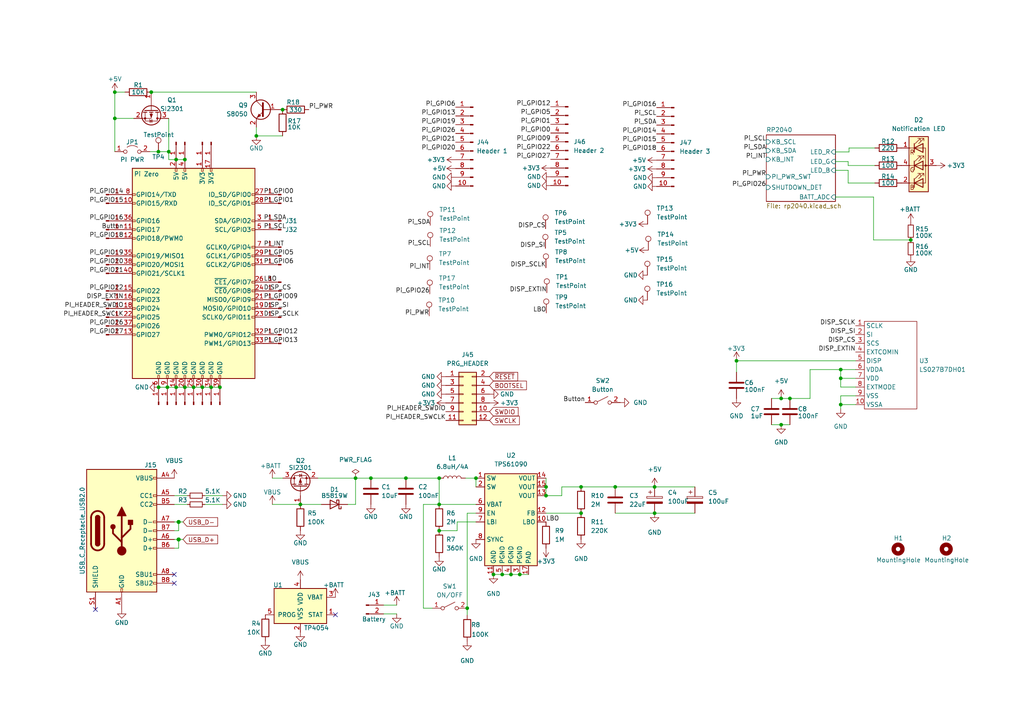
<source format=kicad_sch>
(kicad_sch (version 20230121) (generator eeschema)
  (paper "A4")
  (title_block (title "Beepy") (date "2023-04-21") (rev "1.0") (comment 1 "CERN Open Hardware Licence v1.2") (comment 2 "https://github.com/sqfmi/beepy-hardware") (comment 3 "Designed by SQFMI"))
  (junction (at 107.569 138.684))
  (junction (at 178.435 141.224))
  (junction (at 48.9458 43.9928))
  (junction (at 63.7794 112.3188))
  (junction (at 138.049 138.684))
  (junction (at 56.1594 112.3188))
  (junction (at 226.568 123.19))
  (junction (at 243.84 107.188))
  (junction (at 150.749 166.624))
  (junction (at 168.529 148.844))
  (junction (at 61.2394 112.3188))
  (junction (at 51.0794 46.2788))
  (junction (at 158.369 141.224))
  (junction (at 117.729 138.684))
  (junction (at 51.816 156.464) (diameter 1.016))
  (junction (at 45.9994 112.3188))
  (junction (at 158.369 143.764))
  (junction (at 103.124 138.684))
  (junction (at 189.865 141.224))
  (junction (at 264.16 69.596))
  (junction (at 43.8658 26.7208))
  (junction (at 53.6194 112.3188))
  (junction (at 243.84 109.728))
  (junction (at 74.3458 39.4208))
  (junction (at 51.0794 112.3188))
  (junction (at 148.209 166.624))
  (junction (at 127.381 138.684))
  (junction (at 243.84 117.348))
  (junction (at 87.122 146.304))
  (junction (at 51.816 151.384) (diameter 1.016))
  (junction (at 48.5394 112.3188))
  (junction (at 81.9658 31.8008))
  (junction (at 229.108 115.57))
  (junction (at 145.669 166.624))
  (junction (at 213.614 104.648))
  (junction (at 189.865 148.844))
  (junction (at 33.2994 26.7208))
  (junction (at 58.6994 112.3188))
  (junction (at 127.381 146.304))
  (junction (at 53.6194 46.2788))
  (junction (at 45.9486 43.9928))
  (junction (at 127.381 153.924))
  (junction (at 33.2994 34.3408))
  (junction (at 143.129 166.624))
  (junction (at 168.529 141.224))
  (junction (at 226.568 115.57))
  (junction (at 135.509 176.403))
  (no_connect (at 27.686 176.784))
  (no_connect (at 50.546 166.624))
  (no_connect (at 97.282 178.308))
  (no_connect (at 50.546 169.164))
  (wire (pts (xy 245.999 46.863) (xy 245.999 48.006)))
  (wire (pts (xy 138.049 146.304) (xy 127.381 146.304)))
  (wire (pts (xy 248.158 114.808) (xy 243.84 114.808)))
  (wire (pts (xy 158.369 143.764) (xy 162.941 143.764)))
  (wire (pts (xy 148.209 166.624) (xy 150.749 166.624)))
  (wire (pts (xy 48.9458 34.3408) (xy 48.9458 43.9928)))
  (wire (pts (xy 246.253 44.069) (xy 246.253 42.926)))
  (wire (pts (xy 51.0794 46.2788) (xy 53.6194 46.2788)))
  (wire (pts (xy 53.086 151.384) (xy 51.816 151.384)))
  (wire (pts (xy 103.124 146.304) (xy 100.838 146.304)))
  (wire (pts (xy 127.381 146.304) (xy 127.381 138.684)))
  (wire (pts (xy 132.588 153.924) (xy 132.588 151.384)))
  (wire (pts (xy 56.1594 112.3188) (xy 58.6994 112.3188)))
  (wire (pts (xy 158.369 148.844) (xy 168.529 148.844)))
  (wire (pts (xy 59.436 146.304) (xy 64.516 146.304)))
  (wire (pts (xy 117.729 138.684) (xy 127.381 138.684)))
  (wire (pts (xy 138.049 138.684) (xy 138.049 141.224)))
  (wire (pts (xy 50.546 151.384) (xy 51.816 151.384)))
  (wire (pts (xy 53.6194 112.3188) (xy 56.1594 112.3188)))
  (wire (pts (xy 178.435 141.224) (xy 189.865 141.224)))
  (wire (pts (xy 150.749 166.624) (xy 153.289 166.624)))
  (wire (pts (xy 135.001 138.684) (xy 138.049 138.684)))
  (wire (pts (xy 253.365 57.15) (xy 253.365 69.596)))
  (wire (pts (xy 78.994 138.684) (xy 82.042 138.684)))
  (wire (pts (xy 143.129 166.624) (xy 145.669 166.624)))
  (wire (pts (xy 43.8658 26.7208) (xy 74.3458 26.7208)))
  (wire (pts (xy 135.509 148.844) (xy 135.509 176.403)))
  (wire (pts (xy 253.365 69.596) (xy 264.16 69.596)))
  (wire (pts (xy 78.994 146.304) (xy 87.122 146.304)))
  (wire (pts (xy 33.2994 26.7208) (xy 36.2458 26.7208)))
  (wire (pts (xy 33.2994 34.3408) (xy 38.7858 34.3408)))
  (wire (pts (xy 158.369 138.684) (xy 158.369 141.224)))
  (wire (pts (xy 243.84 117.348) (xy 248.158 117.348)))
  (wire (pts (xy 245.999 48.006) (xy 253.746 48.006)))
  (wire (pts (xy 33.2994 34.3408) (xy 33.2994 43.9928)))
  (wire (pts (xy 243.84 117.348) (xy 243.84 118.618)))
  (wire (pts (xy 178.435 148.844) (xy 189.865 148.844)))
  (wire (pts (xy 162.941 143.764) (xy 162.941 141.224)))
  (wire (pts (xy 226.568 123.19) (xy 229.108 123.19)))
  (wire (pts (xy 223.774 115.57) (xy 226.568 115.57)))
  (wire (pts (xy 48.5394 112.3188) (xy 51.0794 112.3188)))
  (wire (pts (xy 122.809 146.304) (xy 122.809 176.403)))
  (wire (pts (xy 43.4594 43.9928) (xy 45.9486 43.9928)))
  (wire (pts (xy 242.316 57.15) (xy 253.365 57.15)))
  (wire (pts (xy 243.84 109.728) (xy 248.158 109.728)))
  (wire (pts (xy 33.2994 26.7208) (xy 33.2994 34.3408)))
  (wire (pts (xy 59.436 143.764) (xy 64.516 143.764)))
  (wire (pts (xy 50.546 143.764) (xy 54.356 143.764)))
  (wire (pts (xy 223.774 123.19) (xy 226.568 123.19)))
  (wire (pts (xy 243.84 114.808) (xy 243.84 117.348)))
  (wire (pts (xy 51.816 153.924) (xy 51.816 151.384)))
  (wire (pts (xy 189.865 148.844) (xy 201.549 148.844)))
  (wire (pts (xy 58.6994 112.3188) (xy 61.2394 112.3188)))
  (wire (pts (xy 48.9458 43.9928) (xy 48.9458 46.2788)))
  (wire (pts (xy 162.941 141.224) (xy 168.529 141.224)))
  (wire (pts (xy 242.316 46.863) (xy 245.999 46.863)))
  (wire (pts (xy 226.568 115.57) (xy 229.108 115.57)))
  (wire (pts (xy 87.122 146.304) (xy 93.218 146.304)))
  (wire (pts (xy 48.9458 43.9928) (xy 45.9486 43.9928)))
  (wire (pts (xy 50.546 153.924) (xy 51.816 153.924)))
  (wire (pts (xy 145.669 166.624) (xy 148.209 166.624)))
  (wire (pts (xy 138.049 148.844) (xy 135.509 148.844)))
  (wire (pts (xy 243.84 107.188) (xy 234.95 107.188)))
  (wire (pts (xy 243.84 112.268) (xy 243.84 109.728)))
  (wire (pts (xy 243.84 107.188) (xy 243.84 109.728)))
  (wire (pts (xy 248.158 112.268) (xy 243.84 112.268)))
  (wire (pts (xy 111.252 178.054) (xy 115.062 178.054)))
  (wire (pts (xy 127.381 153.924) (xy 132.588 153.924)))
  (wire (pts (xy 234.95 115.57) (xy 229.108 115.57)))
  (wire (pts (xy 243.84 107.188) (xy 248.158 107.188)))
  (wire (pts (xy 51.816 159.004) (xy 51.816 156.464)))
  (wire (pts (xy 92.202 138.684) (xy 103.124 138.684)))
  (wire (pts (xy 132.588 151.384) (xy 138.049 151.384)))
  (wire (pts (xy 242.316 49.403) (xy 245.999 49.403)))
  (wire (pts (xy 168.529 141.224) (xy 178.435 141.224)))
  (wire (pts (xy 51.816 156.464) (xy 53.086 156.464)))
  (wire (pts (xy 135.509 176.403) (xy 135.509 178.435)))
  (wire (pts (xy 158.369 141.224) (xy 158.369 143.764)))
  (wire (pts (xy 50.546 156.464) (xy 51.816 156.464)))
  (wire (pts (xy 103.124 138.684) (xy 103.124 146.304)))
  (wire (pts (xy 234.95 107.188) (xy 234.95 115.57)))
  (wire (pts (xy 50.546 146.304) (xy 54.356 146.304)))
  (wire (pts (xy 245.999 53.086) (xy 253.746 53.086)))
  (wire (pts (xy 61.2394 112.3188) (xy 63.7794 112.3188)))
  (wire (pts (xy 50.546 159.004) (xy 51.816 159.004)))
  (wire (pts (xy 122.809 176.403) (xy 125.349 176.403)))
  (wire (pts (xy 246.253 42.926) (xy 253.746 42.926)))
  (wire (pts (xy 189.865 141.224) (xy 201.549 141.224)))
  (wire (pts (xy 48.9458 46.2788) (xy 51.0794 46.2788)))
  (wire (pts (xy 213.614 104.648) (xy 213.614 107.95)))
  (wire (pts (xy 107.569 138.684) (xy 117.729 138.684)))
  (wire (pts (xy 127.381 146.304) (xy 122.809 146.304)))
  (wire (pts (xy 81.9658 39.4208) (xy 74.3458 39.4208)))
  (wire (pts (xy 103.124 138.684) (xy 107.569 138.684)))
  (wire (pts (xy 45.9994 112.3188) (xy 48.5394 112.3188)))
  (wire (pts (xy 111.252 175.514) (xy 115.062 175.514)))
  (wire (pts (xy 51.0794 112.3188) (xy 53.6194 112.3188)))
  (wire (pts (xy 74.3458 36.8808) (xy 74.3458 39.4208)))
  (wire (pts (xy 245.999 49.403) (xy 245.999 53.086)))
  (wire (pts (xy 248.158 104.648) (xy 213.614 104.648)))
  (wire (pts (xy 242.316 44.069) (xy 246.253 44.069)))
  (label "Pi_GPIO09" (at 76.4794 86.9188 0))
  (label "Pi_SDA" (at 222.25 43.688 180))
  (label "Pi_GPIO6" (at 132.1562 31.0896 180))
  (label "Pi_GPIO21" (at 132.1562 41.2496 180))
  (label "DISP_CS" (at 158.242 66.3448 180))
  (label "Pi_GPIO5" (at 76.4794 74.2188 0))
  (label "LBO" (at 158.4452 90.7542 180))
  (label "Pi_SDA" (at 76.4794 64.0588 0))
  (label "Pi_GPIO21" (at 35.8394 79.2988 180))
  (label "DISP_EXTIN" (at 158.5976 84.9122 180))
  (label "Pi_INT" (at 222.25 46.228 180))
  (label "Pi_GPIO1" (at 159.7152 36.0426 180))
  (label "DISP_SCLK" (at 158.3436 77.6732 180))
  (label "PI_HEADER_SWDIO" (at 129.286 119.4054 180))
  (label "DISP_SI" (at 248.158 97.028 180))
  (label "Pi_GPIO27" (at 159.7152 46.2026 180))
  (label "LBO" (at 158.369 151.384 0))
  (label "Pi_GPIO20" (at 132.1562 43.7896 180))
  (label "Pi_GPIO19" (at 132.1562 36.1696 180))
  (label "Pi_GPIO12" (at 159.7152 30.9626 180))
  (label "Pi_GPIO14" (at 190.4492 38.8366 180))
  (label "Pi_GPIO15" (at 35.8394 58.9788 180))
  (label "Pi_PWR" (at 89.5858 31.8008 0))
  (label "DISP_SCLK" (at 248.158 94.488 180))
  (label "DISP_EXTIN" (at 248.158 102.108 180))
  (label "Pi_GPIO22" (at 159.7152 43.6626 180))
  (label "Pi_GPIO26" (at 124.6632 85.2678 180))
  (label "DISP_EXTIN" (at 35.8394 86.9188 180))
  (label "Pi_SCL" (at 190.4492 33.7566 180))
  (label "Pi_GPIO20" (at 35.8394 76.7588 180))
  (label "Pi_GPIO16" (at 190.4492 31.2166 180))
  (label "Button" (at 35.8394 66.5988 180))
  (label "DISP_SCLK" (at 76.4794 91.9988 0))
  (label "Button" (at 169.7228 116.7638 180))
  (label "DISP_CS" (at 248.158 99.568 180))
  (label "Pi_GPIO6" (at 76.4794 76.7588 0))
  (label "Pi_GPIO0" (at 76.4794 56.4388 0))
  (label "Pi_SCL" (at 76.4794 66.5988 0))
  (label "Pi_SCL" (at 222.25 41.148 180))
  (label "Pi_GPIO16" (at 35.8394 64.0588 180))
  (label "Pi_GPIO14" (at 35.8394 56.4388 180))
  (label "Pi_SCL" (at 124.7902 71.4756 180))
  (label "Pi_GPIO1" (at 76.4794 58.9788 0))
  (label "Pi_GPIO18" (at 190.4492 43.9166 180))
  (label "Pi_GPIO09" (at 159.7152 41.1226 180))
  (label "Pi_SDA" (at 190.4492 36.2966 180))
  (label "Pi_GPIO26" (at 132.1562 38.7096 180))
  (label "Pi_SDA" (at 124.7902 65.3796 180))
  (label "PI_HEADER_SWCLK" (at 129.286 121.9454 180))
  (label "LBO" (at 76.4794 81.8388 0))
  (label "Pi_GPIO26" (at 35.8394 94.5388 180))
  (label "DISP_SI" (at 158.1912 72.0344 180))
  (label "Pi_GPIO26" (at 222.25 54.356 180))
  (label "Pi_GPIO22" (at 35.8394 84.3788 180))
  (label "Pi_INT" (at 124.6632 78.232 180))
  (label "Pi_GPIO27" (at 35.8394 97.0788 180))
  (label "Pi_INT" (at 76.4794 71.6788 0))
  (label "Pi_GPIO0" (at 159.7152 38.5826 180))
  (label "Pi_GPIO19" (at 35.8394 74.2188 180))
  (label "Pi_GPIO18" (at 35.8394 69.1388 180))
  (label "Pi_GPIO13" (at 132.1562 33.6296 180))
  (label "PI_HEADER_SWDIO" (at 35.8394 89.4588 180))
  (label "Pi_GPIO12" (at 76.4794 97.0788 0))
  (label "Pi_PWR" (at 222.25 51.2572 180))
  (label "DISP_CS" (at 76.4794 84.3788 0))
  (label "Pi_GPIO5" (at 159.7152 33.5026 180))
  (label "PI_HEADER_SWCLK" (at 35.8394 91.9988 180))
  (label "Pi_GPIO13" (at 76.4794 99.6188 0))
  (label "Pi_GPIO15" (at 190.4492 41.3766 180))
  (label "DISP_SI" (at 76.4794 89.4588 0))
  (label "Pi_PWR" (at 124.4854 91.6432 180))
  (global_label "USB_D-" (shape input) (at 53.086 151.384 0) (property "Intersheetrefs" "${INTERSHEET_REFS}" (effects hide)))
  (global_label "BOOTSEL" (shape input) (at 141.986 111.7854 0) (property "Intersheetrefs" "${INTERSHEET_REFS}" (effects hide)))
  (global_label "SWDIO" (shape input) (at 141.986 119.4054 0) (property "Intersheetrefs" "${INTERSHEET_REFS}" (effects hide)))
  (global_label "USB_D+" (shape input) (at 53.086 156.464 0) (property "Intersheetrefs" "${INTERSHEET_REFS}" (effects hide)))
  (global_label "SWCLK" (shape input) (at 141.986 121.9454 0) (property "Intersheetrefs" "${INTERSHEET_REFS}" (effects hide)))
  (global_label "~{RESET}" (shape input) (at 141.986 109.2454 0) (property "Intersheetrefs" "${INTERSHEET_REFS}" (effects hide)))
  (symbol (lib_id "Connector:Conn_01x01_Male") (at 81.5594 74.2188 180) (unit 1)
    (property "Reference" "J34" (effects hide))
    (property "Value" "FDX0019B1" (effects hide))
    (property "Footprint" "beepy:FDX0019B1" (effects hide))
  )
  (symbol (lib_id "power:GND") (at 74.3458 39.4208 0) (mirror y) (unit 1)
    (property "Reference" "#PWR01" (effects hide))
    (property "Value" "GND" (at 74.3458 42.9768 0))
  )
  (symbol (lib_id "power:GND") (at 168.529 156.464 0) (unit 1)
    (property "Reference" "#PWR042" (effects hide))
    (property "Value" "GND" (at 168.529 162.052 0))
  )
  (symbol (lib_id "power:GND") (at 143.129 166.624 0) (unit 1)
    (property "Reference" "#PWR034" (effects hide))
    (property "Value" "GND" (at 143.129 172.212 0))
  )
  (symbol (lib_id "power:+3.3V") (at 271.526 48.006 270) (unit 1)
    (property "Reference" "#PWR052" (effects hide))
    (property "Value" "+3.3V" (at 277.241 48.006 90))
  )
  (symbol (lib_id "Connector:Conn_01x01_Male") (at 81.5594 89.4588 180) (unit 1)
    (property "Reference" "J39" (effects hide))
    (property "Value" "FDX0019B1" (effects hide))
    (property "Footprint" "beepy:FDX0019B1" (effects hide))
  )
  (symbol (lib_id "Device:C") (at 229.108 119.38 0) (unit 1)
    (property "Reference" "C8" (at 231.394 118.618 0) (effects (justify left)))
    (property "Value" "100nF" (at 231.394 120.65 0) (effects (justify left)))
    (property "Footprint" "Capacitor_SMD:C_0603_1608Metric" (effects hide))
  )
  (symbol (lib_id "Device:C") (at 213.614 111.76 0) (unit 1)
    (property "Reference" "C6" (at 215.9 110.998 0) (effects (justify left)))
    (property "Value" "100nF" (at 215.9 113.03 0) (effects (justify left)))
    (property "Footprint" "Capacitor_SMD:C_0603_1608Metric" (effects hide))
  )
  (symbol (lib_id "Transistor_FET:DMG2301L") (at 43.8658 31.8008 270) (unit 1)
    (property "Reference" "Q1" (at 49.8856 29.0068 90))
    (property "Value" "SI2301" (at 49.8856 31.5468 90))
    (property "Footprint" "Package_TO_SOT_SMD:SOT-23" (effects hide))
    (property "Datasheet" "https://www.diodes.com/assets/Datasheets/DMG2301L.pdf" (effects hide))
  )
  (symbol (lib_id "Device:R_Small") (at 264.16 72.136 0) (unit 1)
    (property "Reference" "R16" (at 269.367 71.501 0) (effects (justify right)))
    (property "Value" "100K" (at 265.43 73.406 0) (effects (justify left)))
    (property "Footprint" "Resistor_SMD:R_0603_1608Metric" (effects hide))
  )
  (symbol (lib_id "power:GND") (at 187.7568 87.0458 270) (unit 1)
    (property "Reference" "#PWR0105" (effects hide))
    (property "Value" "GND" (at 180.8988 87.0458 90) (effects (justify left)))
  )
  (symbol (lib_id "power:GND") (at 190.4492 54.0766 270) (unit 1)
    (property "Reference" "#PWR041" (effects hide))
    (property "Value" "GND" (at 183.5912 54.0766 90) (effects (justify left)))
  )
  (symbol (lib_id "power:+BATT") (at 78.994 138.684 0) (unit 1)
    (property "Reference" "#PWR09" (effects hide))
    (property "Value" "+BATT" (at 78.486 135.128 0))
  )
  (symbol (lib_id "Device:R_Small") (at 56.896 146.304 270) (unit 1)
    (property "Reference" "R3" (at 54.356 145.034 90) (effects (justify right)))
    (property "Value" "5.1K" (at 59.436 145.034 90) (effects (justify left)))
    (property "Footprint" "Resistor_SMD:R_0603_1608Metric" (effects hide))
  )
  (symbol (lib_id "beepy:LS027B7DH01") (at 258.318 105.918 0) (unit 1)
    (property "Reference" "U3" (at 266.573 104.6479 0) (effects (justify left)))
    (property "Value" "LS027B7DH01" (at 266.573 107.1879 0) (effects (justify left)))
    (property "Footprint" "beepy:HRS_FH34SRJ-10S-0.5SH(50)" (effects hide))
  )
  (symbol (lib_id "power:+3.3V") (at 141.986 116.8654 270) (unit 1)
    (property "Reference" "#PWR036" (effects hide))
    (property "Value" "+3.3V" (at 147.701 116.8654 90))
  )
  (symbol (lib_id "power:GND") (at 159.7152 51.2826 270) (unit 1)
    (property "Reference" "#PWR029" (effects hide))
    (property "Value" "GND" (at 152.8572 51.2826 90) (effects (justify left)))
  )
  (symbol (lib_id "power:GND") (at 213.614 115.57 0) (unit 1)
    (property "Reference" "#PWR046" (effects hide))
    (property "Value" "GND" (at 213.614 120.65 0))
  )
  (symbol (lib_id "Connector:Conn_01x01_Male") (at 30.7594 56.4388 0) (unit 1)
    (property "Reference" "J1" (effects hide))
    (property "Value" "FDX0019B1" (effects hide))
    (property "Footprint" "beepy:FDX0019B1" (effects hide))
  )
  (symbol (lib_id "Connector:Conn_01x01_Male") (at 30.7594 97.0788 0) (unit 1)
    (property "Reference" "J14" (effects hide))
    (property "Value" "FDX0019B1" (effects hide))
    (property "Footprint" "beepy:FDX0019B1" (effects hide))
  )
  (symbol (lib_id "Connector:TestPoint") (at 124.6632 85.2678 0) (unit 1)
    (property "Reference" "TP17" (at 127.254 80.6957 0) (effects (justify left)))
    (property "Value" "TestPoint" (at 127.254 83.2357 0) (effects (justify left)))
    (property "Footprint" "TestPoint:TestPoint_Pad_D1.5mm" (effects hide))
  )
  (symbol (lib_id "Device:C") (at 178.435 145.034 0) (unit 1)
    (property "Reference" "C3" (at 182.499 143.7639 0) (effects (justify left)))
    (property "Value" "22uF" (at 182.499 146.3039 0) (effects (justify left)))
    (property "Footprint" "Capacitor_SMD:C_1206_3216Metric" (effects hide))
  )
  (symbol (lib_id "Device:C_Polarized") (at 201.549 145.034 0) (unit 1)
    (property "Reference" "C5" (at 205.359 142.8749 0) (effects (justify left)))
    (property "Value" "100uF" (at 205.359 145.4149 0) (effects (justify left)))
    (property "Footprint" "Capacitor_Tantalum_SMD:CP_EIA-3528-15_AVX-H" (effects hide))
  )
  (symbol (lib_id "power:GND") (at 187.7568 79.8068 270) (unit 1)
    (property "Reference" "#PWR0104" (effects hide))
    (property "Value" "GND" (at 180.8988 79.8068 90) (effects (justify left)))
  )
  (symbol (lib_id "power:GND") (at 107.569 146.304 0) (unit 1)
    (property "Reference" "#PWR019" (effects hide))
    (property "Value" "GND" (at 107.569 149.86 0))
  )
  (symbol (lib_id "power:GND") (at 87.122 153.924 0) (unit 1)
    (property "Reference" "#PWR011" (effects hide))
    (property "Value" "GND" (at 87.122 157.48 0))
  )
  (symbol (lib_id "Device:R") (at 168.529 152.654 0) (unit 1)
    (property "Reference" "R11" (at 171.323 151.3839 0) (effects (justify left)))
    (property "Value" "220K" (at 171.323 153.9239 0) (effects (justify left)))
    (property "Footprint" "Resistor_SMD:R_0603_1608Metric" (effects hide))
  )
  (symbol (lib_id "power:GND") (at 189.865 148.844 0) (unit 1)
    (property "Reference" "#PWR044" (effects hide))
    (property "Value" "GND" (at 189.865 154.432 0))
  )
  (symbol (lib_id "Device:C") (at 107.569 142.494 0) (unit 1)
    (property "Reference" "C1" (at 110.617 141.2239 0) (effects (justify left)))
    (property "Value" "10uF" (at 110.617 143.7639 0) (effects (justify left)))
    (property "Footprint" "Capacitor_SMD:C_0603_1608Metric" (effects hide))
  )
  (symbol (lib_id "Connector:Conn_01x01_Male") (at 30.7594 86.9188 0) (unit 1)
    (property "Reference" "J10" (effects hide))
    (property "Value" "FDX0019B1" (effects hide))
    (property "Footprint" "beepy:FDX0019B1" (effects hide))
  )
  (symbol (lib_id "Connector:Conn_01x01_Male") (at 81.5594 76.7588 180) (unit 1)
    (property "Reference" "J35" (effects hide))
    (property "Value" "FDX0019B1" (effects hide))
    (property "Footprint" "beepy:FDX0019B1" (effects hide))
  )
  (symbol (lib_id "Connector:Conn_01x10_Male") (at 195.5292 41.3766 0) (mirror y) (unit 1)
    (property "Reference" "J47" (at 197.0532 41.3765 0) (effects (justify right)))
    (property "Value" "Header 3" (at 197.0532 43.9165 0) (effects (justify right)))
    (property "Footprint" "Connector_PinHeader_2.54mm:PinHeader_1x10_P2.54mm_Vertical" (effects hide))
  )
  (symbol (lib_id "power:GND") (at 179.8828 116.7638 90) (unit 1)
    (property "Reference" "#PWR033" (effects hide))
    (property "Value" "GND" (at 183.6928 116.7637 90) (effects (justify right)))
  )
  (symbol (lib_id "Device:R") (at 257.556 42.926 90) (unit 1)
    (property "Reference" "R12" (at 257.556 41.021 90))
    (property "Value" "220" (at 257.556 42.926 90))
    (property "Footprint" "Resistor_SMD:R_0603_1608Metric" (effects hide))
  )
  (symbol (lib_id "power:GND") (at 117.729 146.304 0) (unit 1)
    (property "Reference" "#PWR022" (effects hide))
    (property "Value" "GND" (at 117.729 149.86 0))
  )
  (symbol (lib_id "power:GND") (at 129.286 111.7854 270) (unit 1)
    (property "Reference" "#PWR025" (effects hide))
    (property "Value" "GND" (at 124.206 111.7854 90))
  )
  (symbol (lib_id "Device:R") (at 87.122 150.114 0) (unit 1)
    (property "Reference" "R5" (at 89.154 148.8439 0) (effects (justify left)))
    (property "Value" "100K" (at 89.154 151.3839 0) (effects (justify left)))
    (property "Footprint" "Resistor_SMD:R_0603_1608Metric" (effects hide))
  )
  (symbol (lib_id "power:+5V") (at 33.2994 26.7208 0) (unit 1)
    (property "Reference" "#PWR02" (effects hide))
    (property "Value" "+5V" (at 33.2994 22.9108 0))
  )
  (symbol (lib_id "power:GND") (at 45.9994 112.3188 270) (unit 1)
    (property "Reference" "#PWR04" (effects hide))
    (property "Value" "GND" (at 39.116 112.2934 90) (effects (justify left)))
  )
  (symbol (lib_id "Device:LED_RBAG") (at 266.446 48.006 0) (unit 1)
    (property "Reference" "D2" (at 266.446 34.798 0))
    (property "Value" "Notification LED" (at 266.446 37.338 0))
    (property "Footprint" "beepy:FM-B2020RGBA-HG" (effects hide))
  )
  (symbol (lib_id "Connector:Conn_01x01_Male") (at 53.6194 117.3988 90) (unit 1)
    (property "Reference" "J21" (effects hide))
    (property "Value" "FDX0019B1" (effects hide))
    (property "Footprint" "beepy:FDX0019B1" (effects hide))
  )
  (symbol (lib_id "Device:C") (at 223.774 119.38 0) (unit 1)
    (property "Reference" "C7" (at 217.678 118.618 0) (effects (justify left)))
    (property "Value" "1uF" (at 217.678 120.65 0) (effects (justify left)))
    (property "Footprint" "Capacitor_SMD:C_0603_1608Metric" (effects hide))
  )
  (symbol (lib_id "Device:C_Polarized") (at 189.865 145.034 0) (unit 1)
    (property "Reference" "C4" (at 193.675 142.8749 0) (effects (justify left)))
    (property "Value" "100uF" (at 193.675 145.4149 0) (effects (justify left)))
    (property "Footprint" "Capacitor_Tantalum_SMD:CP_EIA-3528-15_AVX-H" (effects hide))
  )
  (symbol (lib_id "Device:R") (at 135.509 182.245 180) (unit 1)
    (property "Reference" "R8" (at 139.319 181.229 0) (effects (justify left)))
    (property "Value" "100K" (at 141.859 184.023 0) (effects (justify left)))
    (property "Footprint" "Resistor_SMD:R_0603_1608Metric" (effects hide))
  )
  (symbol (lib_id "Connector:Conn_01x01_Male") (at 30.7594 66.5988 0) (unit 1)
    (property "Reference" "J4" (effects hide))
    (property "Value" "FDX0019B1" (effects hide))
    (property "Footprint" "beepy:FDX0019B1" (effects hide))
  )
  (symbol (lib_id "Switch:SW_SPST") (at 174.8028 116.7638 0) (unit 1)
    (property "Reference" "SW2" (at 174.8028 110.4138 0))
    (property "Value" "Button" (at 174.8028 112.9538 0))
    (property "Footprint" "Button_Switch_SMD:Panasonic_EVQPUL_EVQPUC" (effects hide))
  )
  (symbol (lib_id "Mechanical:MountingHole") (at 274.447 159.258 0) (unit 1)
    (property "Reference" "H2" (at 273.177 156.083 0) (effects (justify left)))
    (property "Value" "MountingHole" (at 268.097 162.433 0) (effects (justify left)))
    (property "Footprint" "MountingHole:MountingHole_2.7mm_M2.5" (effects hide))
  )
  (symbol (lib_id "Jumper:Jumper_2_Open") (at 38.3794 43.9928 0) (unit 1)
    (property "Reference" "JP1" (at 38.3794 41.1988 0))
    (property "Value" "PI PWR" (at 38.3794 46.2788 0))
    (property "Footprint" "Jumper:SolderJumper-2_P1.3mm_Open_RoundedPad1.0x1.5mm" (effects hide))
  )
  (symbol (lib_id "power:+3.3V") (at 190.4492 48.9966 90) (unit 1)
    (property "Reference" "#PWR039" (effects hide))
    (property "Value" "+3.3V" (at 184.7342 48.9966 90))
  )
  (symbol (lib_id "Connector:Conn_01x01_Male") (at 45.9994 117.3988 90) (unit 1)
    (property "Reference" "J16" (effects hide))
    (property "Value" "FDX0019B1" (effects hide))
    (property "Footprint" "beepy:FDX0019B1" (effects hide))
  )
  (symbol (lib_id "Connector:Conn_01x01_Male") (at 58.6994 117.3988 90) (unit 1)
    (property "Reference" "J25" (effects hide))
    (property "Value" "FDX0019B1" (effects hide))
    (property "Footprint" "beepy:FDX0019B1" (effects hide))
  )
  (symbol (lib_id "Connector:TestPoint") (at 45.9486 43.9928 0) (unit 1)
    (property "Reference" "TP4" (at 44.1198 45.5168 0) (effects (justify left)))
    (property "Value" "TestPoint" (at 41.5544 39.0906 0) (effects (justify left)))
    (property "Footprint" "TestPoint:TestPoint_Pad_D1.5mm" (effects hide))
  )
  (symbol (lib_id "power:+5V") (at 226.568 115.57 0) (unit 1)
    (property "Reference" "#PWR047" (effects hide))
    (property "Value" "+5V" (at 226.568 110.49 0))
  )
  (symbol (lib_id "Device:Q_NPN_BEC") (at 76.8858 31.8008 0) (mirror y) (unit 1)
    (property "Reference" "Q9" (at 71.9074 30.5307 0) (effects (justify left)))
    (property "Value" "S8050" (at 71.9074 33.0707 0) (effects (justify left)))
    (property "Footprint" "Package_TO_SOT_SMD:SOT-23" (effects hide))
  )
  (symbol (lib_id "power:GND") (at 76.962 185.928 0) (unit 1)
    (property "Reference" "#PWR08" (effects hide))
    (property "Value" "GND" (at 76.962 189.484 0))
  )
  (symbol (lib_id "Connector:Conn_01x01_Male") (at 81.5594 71.6788 180) (unit 1)
    (property "Reference" "J33" (effects hide))
    (property "Value" "FDX0019B1" (effects hide))
    (property "Footprint" "beepy:FDX0019B1" (effects hide))
  )
  (symbol (lib_id "Connector:TestPoint") (at 158.3436 77.6732 0) (unit 1)
    (property "Reference" "TP8" (at 160.9344 73.1011 0) (effects (justify left)))
    (property "Value" "TestPoint" (at 160.9344 75.6411 0) (effects (justify left)))
    (property "Footprint" "TestPoint:TestPoint_Pad_D1.5mm" (effects hide))
  )
  (symbol (lib_id "power:+3.3V") (at 159.7152 48.7426 90) (unit 1)
    (property "Reference" "#PWR028" (effects hide))
    (property "Value" "+3.3V" (at 154.0002 48.7426 90))
  )
  (symbol (lib_id "Connector:Conn_01x01_Male") (at 81.5594 56.4388 180) (unit 1)
    (property "Reference" "J29" (effects hide))
    (property "Value" "FDX0019B1" (effects hide))
    (property "Footprint" "beepy:FDX0019B1" (effects hide))
  )
  (symbol (lib_id "power:GND") (at 159.7152 53.8226 270) (unit 1)
    (property "Reference" "#PWR030" (effects hide))
    (property "Value" "GND" (at 152.8572 53.8226 90) (effects (justify left)))
  )
  (symbol (lib_id "Connector:Conn_01x02_Male") (at 106.172 175.514 0) (unit 1)
    (property "Reference" "J43" (at 108.458 172.466 0))
    (property "Value" "Battery" (at 108.458 179.578 0))
    (property "Footprint" "Connector_JST:JST_PH_S2B-PH-SM4-TB_1x02-1MP_P2.00mm_Horizontal" (effects hide))
  )
  (symbol (lib_id "Connector:Conn_01x01_Male") (at 81.5594 84.3788 180) (unit 1)
    (property "Reference" "J37" (effects hide))
    (property "Value" "FDX0019B1" (effects hide))
    (property "Footprint" "beepy:FDX0019B1" (effects hide))
  )
  (symbol (lib_id "Connector:TestPoint") (at 187.833 64.9986 0) (unit 1)
    (property "Reference" "TP13" (at 190.4238 60.4265 0) (effects (justify left)))
    (property "Value" "TestPoint" (at 190.4238 62.9665 0) (effects (justify left)))
    (property "Footprint" "TestPoint:TestPoint_Pad_D1.5mm" (effects hide))
  )
  (symbol (lib_id "Connector:Conn_01x01_Male") (at 30.7594 79.2988 0) (unit 1)
    (property "Reference" "J8" (effects hide))
    (property "Value" "FDX0019B1" (effects hide))
    (property "Footprint" "beepy:FDX0019B1" (effects hide))
  )
  (symbol (lib_id "power:VBUS") (at 78.994 146.304 0) (unit 1)
    (property "Reference" "#PWR010" (effects hide))
    (property "Value" "VBUS" (at 78.994 142.748 0))
  )
  (symbol (lib_id "Device:R") (at 127.381 157.734 0) (unit 1)
    (property "Reference" "R7" (at 129.413 156.4639 0) (effects (justify left)))
    (property "Value" "360K" (at 129.413 159.0039 0) (effects (justify left)))
    (property "Footprint" "Resistor_SMD:R_0603_1608Metric" (effects hide))
  )
  (symbol (lib_id "power:+3.3V") (at 158.369 159.004 180) (unit 1)
    (property "Reference" "#PWR037" (effects hide))
    (property "Value" "+3.3V" (at 158.369 162.814 0))
  )
  (symbol (lib_id "Connector:Conn_01x01_Male") (at 51.0794 41.1988 270) (unit 1)
    (property "Reference" "J18" (effects hide))
    (property "Value" "FDX0019B1" (effects hide))
    (property "Footprint" "beepy:FDX0019B1" (effects hide))
  )
  (symbol (lib_id "Connector:Conn_01x01_Male") (at 61.2394 117.3988 90) (unit 1)
    (property "Reference" "J27" (effects hide))
    (property "Value" "FDX0019B1" (effects hide))
    (property "Footprint" "beepy:FDX0019B1" (effects hide))
  )
  (symbol (lib_id "Connector:TestPoint") (at 124.4854 91.6432 0) (unit 1)
    (property "Reference" "TP10" (at 127.0762 87.0711 0) (effects (justify left)))
    (property "Value" "TestPoint" (at 127.0762 89.6111 0) (effects (justify left)))
    (property "Footprint" "TestPoint:TestPoint_Pad_D1.5mm" (effects hide))
  )
  (symbol (lib_id "Connector:Conn_01x01_Male") (at 30.7594 91.9988 0) (unit 1)
    (property "Reference" "J12" (effects hide))
    (property "Value" "FDX0019B1" (effects hide))
    (property "Footprint" "beepy:FDX0019B1" (effects hide))
  )
  (symbol (lib_id "power:GND") (at 64.516 146.304 90) (unit 1)
    (property "Reference" "#PWR07" (effects hide))
    (property "Value" "GND" (at 69.596 146.304 90))
  )
  (symbol (lib_id "power:+BATT") (at 264.16 64.516 0) (unit 1)
    (property "Reference" "#PWR050" (effects hide))
    (property "Value" "+BATT" (at 263.906 60.706 0))
  )
  (symbol (lib_id "Connector:Conn_01x01_Male") (at 81.5594 91.9988 180) (unit 1)
    (property "Reference" "J40" (effects hide))
    (property "Value" "FDX0019B1" (effects hide))
    (property "Footprint" "beepy:FDX0019B1" (effects hide))
  )
  (symbol (lib_id "Connector:Conn_01x01_Male") (at 30.7594 69.1388 0) (unit 1)
    (property "Reference" "J5" (effects hide))
    (property "Value" "FDX0019B1" (effects hide))
    (property "Footprint" "beepy:FDX0019B1" (effects hide))
  )
  (symbol (lib_id "Device:R") (at 158.369 155.194 0) (unit 1)
    (property "Reference" "R9" (at 160.909 153.9239 0) (effects (justify left)))
    (property "Value" "1M" (at 160.909 156.4639 0) (effects (justify left)))
    (property "Footprint" "Resistor_SMD:R_0603_1608Metric" (effects hide))
  )
  (symbol (lib_id "Connector:TestPoint") (at 158.4452 90.7542 0) (unit 1)
    (property "Reference" "TP9" (at 161.036 86.1821 0) (effects (justify left)))
    (property "Value" "TestPoint" (at 161.036 88.7221 0) (effects (justify left)))
    (property "Footprint" "TestPoint:TestPoint_Pad_D1.5mm" (effects hide))
  )
  (symbol (lib_id "Connector:Conn_01x01_Male") (at 81.5594 64.0588 180) (unit 1)
    (property "Reference" "J31" (at 84.4804 64.0588 0))
    (property "Value" "FDX0019B1" (effects hide))
    (property "Footprint" "beepy:FDX0019B1" (effects hide))
  )
  (symbol (lib_id "power:VBUS") (at 87.122 168.148 0) (unit 1)
    (property "Reference" "#PWR012" (effects hide))
    (property "Value" "VBUS" (at 87.122 163.068 0))
  )
  (symbol (lib_id "Connector:Conn_01x01_Male") (at 61.2394 41.1988 270) (unit 1)
    (property "Reference" "J26" (effects hide))
    (property "Value" "FDX0019B1" (effects hide))
    (property "Footprint" "beepy:FDX0019B1" (effects hide))
  )
  (symbol (lib_id "Connector:Raspberry_Pi_2_3") (at 56.1594 79.2988 0) (unit 1)
    (property "Reference" "J22" (effects hide))
    (property "Value" "Pi Zero" (at 38.8366 50.4698 0) (effects (justify left)))
    (property "Footprint" "beepy:Raspberry_Pi_Zero_Socketed_SMD_FaceUP_MountingHoles" (effects hide))
    (property "Datasheet" "https://www.raspberrypi.org/documentation/hardware/raspberrypi/schematics/rpi_SCH_3bplus_1p0_reduced.pdf" (effects hide))
  )
  (symbol (lib_id "Device:R") (at 85.7758 31.8008 270) (mirror x) (unit 1)
    (property "Reference" "R18" (at 86.995 29.6672 90) (effects (justify right)))
    (property "Value" "330" (at 87.6554 31.8516 90) (effects (justify right)))
    (property "Footprint" "Resistor_SMD:R_0603_1608Metric" (effects hide))
  )
  (symbol (lib_id "power:+5V") (at 132.1562 48.8696 90) (unit 1)
    (property "Reference" "#PWR016" (effects hide))
    (property "Value" "+5V" (at 127.3302 48.8696 90))
  )
  (symbol (lib_id "Connector:Conn_01x10_Male") (at 164.7952 41.1226 0) (mirror y) (unit 1)
    (property "Reference" "J46" (at 166.3192 41.1225 0) (effects (justify right)))
    (property "Value" "Header 2" (at 166.3192 43.6625 0) (effects (justify right)))
    (property "Footprint" "Connector_PinHeader_2.54mm:PinHeader_1x10_P2.54mm_Vertical" (effects hide))
  )
  (symbol (lib_id "power:GND") (at 129.286 114.3254 270) (unit 1)
    (property "Reference" "#PWR026" (effects hide))
    (property "Value" "GND" (at 124.206 114.3254 90))
  )
  (symbol (lib_id "Connector:Conn_01x01_Male") (at 30.7594 58.9788 0) (unit 1)
    (property "Reference" "J2" (effects hide))
    (property "Value" "FDX0019B1" (effects hide))
    (property "Footprint" "beepy:FDX0019B1" (effects hide))
  )
  (symbol (lib_id "Device:R") (at 127.381 150.114 0) (unit 1)
    (property "Reference" "R6" (at 129.413 148.844 0) (effects (justify left)))
    (property "Value" "2M" (at 129.413 151.384 0) (effects (justify left)))
    (property "Footprint" "Resistor_SMD:R_0603_1608Metric" (effects hide))
  )
  (symbol (lib_id "Device:R_Small") (at 264.16 67.056 0) (unit 1)
    (property "Reference" "R15" (at 269.367 66.421 0) (effects (justify right)))
    (property "Value" "100K" (at 265.43 68.326 0) (effects (justify left)))
    (property "Footprint" "Resistor_SMD:R_0603_1608Metric" (effects hide))
  )
  (symbol (lib_id "Connector:Conn_01x01_Male") (at 30.7594 74.2188 0) (unit 1)
    (property "Reference" "J6" (effects hide))
    (property "Value" "FDX0019B1" (effects hide))
    (property "Footprint" "beepy:FDX0019B1" (effects hide))
  )
  (symbol (lib_id "Connector:Conn_01x10_Male") (at 137.2362 41.2496 0) (mirror y) (unit 1)
    (property "Reference" "J44" (at 138.2522 41.2495 0) (effects (justify right)))
    (property "Value" "Header 1" (at 138.2522 43.7895 0) (effects (justify right)))
    (property "Footprint" "Connector_PinHeader_2.54mm:PinHeader_1x10_P2.54mm_Vertical" (effects hide))
  )
  (symbol (lib_id "Device:R") (at 81.9658 35.6108 0) (mirror x) (unit 1)
    (property "Reference" "R17" (at 87.3252 35.1028 0) (effects (justify right)))
    (property "Value" "10K" (at 87.2998 36.8808 0) (effects (justify right)))
    (property "Footprint" "Resistor_SMD:R_0603_1608Metric" (effects hide))
  )
  (symbol (lib_id "power:GND") (at 135.509 186.055 0) (unit 1)
    (property "Reference" "#PWR031" (effects hide))
    (property "Value" "GND" (at 135.509 191.643 0))
  )
  (symbol (lib_id "Connector:Conn_01x01_Male") (at 53.6194 41.1988 270) (unit 1)
    (property "Reference" "J20" (effects hide))
    (property "Value" "FDX0019B1" (effects hide))
    (property "Footprint" "beepy:FDX0019B1" (effects hide))
  )
  (symbol (lib_id "Connector:TestPoint") (at 158.5976 84.9122 0) (unit 1)
    (property "Reference" "TP1" (at 161.1884 80.3401 0) (effects (justify left)))
    (property "Value" "TestPoint" (at 161.1884 82.8801 0) (effects (justify left)))
    (property "Footprint" "TestPoint:TestPoint_Pad_D1.5mm" (effects hide))
  )
  (symbol (lib_id "Transistor_FET:FDN340P") (at 87.122 141.224 90) (unit 1)
    (property "Reference" "Q2" (at 87.122 133.604 90))
    (property "Value" "SI2301" (at 87.122 135.636 90))
    (property "Footprint" "Package_TO_SOT_SMD:SOT-23" (effects hide))
    (property "Datasheet" "https://www.onsemi.com/pub/Collateral/FDN340P-D.PDF" (effects hide))
  )
  (symbol (lib_id "power:GND") (at 127.381 161.544 0) (unit 1)
    (property "Reference" "#PWR023" (effects hide))
    (property "Value" "GND" (at 127.381 165.1 0))
  )
  (symbol (lib_id "power:+5V") (at 190.4492 46.4566 90) (unit 1)
    (property "Reference" "#PWR038" (effects hide))
    (property "Value" "+5V" (at 185.3692 46.4566 90))
  )
  (symbol (lib_id "power:+BATT") (at 115.062 175.514 0) (unit 1)
    (property "Reference" "#PWR020" (effects hide))
    (property "Value" "+BATT" (at 114.554 171.958 0))
  )
  (symbol (lib_id "Connector:TestPoint") (at 187.7568 87.0458 0) (unit 1)
    (property "Reference" "TP16" (at 190.3476 82.4737 0) (effects (justify left)))
    (property "Value" "TestPoint" (at 190.3476 85.0137 0) (effects (justify left)))
    (property "Footprint" "TestPoint:TestPoint_Pad_D1.5mm" (effects hide))
  )
  (symbol (lib_id "power:GND") (at 115.062 178.054 0) (unit 1)
    (property "Reference" "#PWR021" (effects hide))
    (property "Value" "GND" (at 115.062 181.61 0))
  )
  (symbol (lib_id "Connector:Conn_01x01_Male") (at 30.7594 89.4588 0) (unit 1)
    (property "Reference" "J11" (effects hide))
    (property "Value" "FDX0019B1" (effects hide))
    (property "Footprint" "beepy:FDX0019B1" (effects hide))
  )
  (symbol (lib_id "power:GND") (at 35.306 176.784 0) (unit 1)
    (property "Reference" "#PWR03" (effects hide))
    (property "Value" "GND" (at 35.306 180.594 0))
  )
  (symbol (lib_id "power:GND") (at 141.986 114.3254 90) (unit 1)
    (property "Reference" "#PWR035" (effects hide))
    (property "Value" "GND" (at 147.066 114.3254 90))
  )
  (symbol (lib_id "Connector:Conn_01x01_Male") (at 81.5594 97.0788 180) (unit 1)
    (property "Reference" "J41" (effects hide))
    (property "Value" "FDX0019B1" (effects hide))
    (property "Footprint" "beepy:FDX0019B1" (effects hide))
  )
  (symbol (lib_id "Connector:Conn_01x01_Male") (at 56.1594 117.3988 90) (unit 1)
    (property "Reference" "J23" (effects hide))
    (property "Value" "FDX0019B1" (effects hide))
    (property "Footprint" "beepy:FDX0019B1" (effects hide))
  )
  (symbol (lib_id "Connector:TestPoint") (at 124.7902 71.4756 0) (unit 1)
    (property "Reference" "TP12" (at 127.381 66.9035 0) (effects (justify left)))
    (property "Value" "TestPoint" (at 127.381 69.4435 0) (effects (justify left)))
    (property "Footprint" "TestPoint:TestPoint_Pad_D1.5mm" (effects hide))
  )
  (symbol (lib_id "Connector:TestPoint") (at 124.7902 65.3796 0) (unit 1)
    (property "Reference" "TP11" (at 127.381 60.8075 0) (effects (justify left)))
    (property "Value" "TestPoint" (at 127.381 63.3475 0) (effects (justify left)))
    (property "Footprint" "TestPoint:TestPoint_Pad_D1.5mm" (effects hide))
  )
  (symbol (lib_id "power:+3.3V") (at 129.286 116.8654 90) (unit 1)
    (property "Reference" "#PWR027" (effects hide))
    (property "Value" "+3.3V" (at 123.571 116.8654 90))
  )
  (symbol (lib_id "power:PWR_FLAG") (at 103.124 138.684 0) (unit 1)
    (property "Reference" "#FLG01" (effects hide))
    (property "Value" "PWR_FLAG" (at 103.124 133.35 0))
  )
  (symbol (lib_id "Device:R") (at 40.0558 26.7208 90) (unit 1)
    (property "Reference" "R1" (at 38.735 24.6634 90) (effects (justify right)))
    (property "Value" "10K" (at 38.1254 26.7208 90) (effects (justify right)))
    (property "Footprint" "Resistor_SMD:R_0603_1608Metric" (effects hide))
  )
  (symbol (lib_id "Connector:Conn_01x01_Male") (at 81.5594 66.5988 180) (unit 1)
    (property "Reference" "J32" (at 84.4804 66.5988 0))
    (property "Value" "FDX0019B1" (effects hide))
    (property "Footprint" "beepy:FDX0019B1" (effects hide))
  )
  (symbol (lib_id "Device:R") (at 257.556 48.006 90) (unit 1)
    (property "Reference" "R13" (at 257.556 46.101 90))
    (property "Value" "100" (at 257.556 48.006 90))
    (property "Footprint" "Resistor_SMD:R_0603_1608Metric" (effects hide))
  )
  (symbol (lib_id "Connector:Conn_01x01_Male") (at 48.5394 117.3988 90) (unit 1)
    (property "Reference" "J17" (effects hide))
    (property "Value" "FDX0019B1" (effects hide))
    (property "Footprint" "beepy:FDX0019B1" (effects hide))
  )
  (symbol (lib_id "Connector:TestPoint") (at 188.0362 72.5678 0) (unit 1)
    (property "Reference" "TP14" (at 190.627 67.9957 0) (effects (justify left)))
    (property "Value" "TestPoint" (at 190.627 70.5357 0) (effects (justify left)))
    (property "Footprint" "TestPoint:TestPoint_Pad_D1.5mm" (effects hide))
  )
  (symbol (lib_id "Connector:Conn_01x01_Male") (at 81.5594 86.9188 180) (unit 1)
    (property "Reference" "J38" (effects hide))
    (property "Value" "FDX0019B1" (effects hide))
    (property "Footprint" "beepy:FDX0019B1" (effects hide))
  )
  (symbol (lib_id "Connector:Conn_01x01_Male") (at 81.5594 99.6188 180) (unit 1)
    (property "Reference" "J42" (effects hide))
    (property "Value" "FDX0019B1" (effects hide))
    (property "Footprint" "beepy:FDX0019B1" (effects hide))
  )
  (symbol (lib_id "power:GND") (at 264.16 74.676 0) (unit 1)
    (property "Reference" "#PWR051" (effects hide))
    (property "Value" "GND" (at 262.128 78.232 0) (effects (justify left)))
  )
  (symbol (lib_id "power:GND") (at 132.1562 53.9496 270) (unit 1)
    (property "Reference" "#PWR018" (effects hide))
    (property "Value" "GND" (at 125.2982 53.9496 90) (effects (justify left)))
  )
  (symbol (lib_id "Mechanical:MountingHole") (at 260.477 159.258 0) (unit 1)
    (property "Reference" "H1" (at 259.207 156.083 0) (effects (justify left)))
    (property "Value" "MountingHole" (at 254.127 162.433 0) (effects (justify left)))
    (property "Footprint" "MountingHole:MountingHole_2.7mm_M2.5" (effects hide))
  )
  (symbol (lib_id "power:+3.3V") (at 187.833 64.9986 90) (unit 1)
    (property "Reference" "#PWR057" (effects hide))
    (property "Value" "+3.3V" (at 182.118 64.9986 90))
  )
  (symbol (lib_id "power:GND") (at 132.1562 51.4096 270) (unit 1)
    (property "Reference" "#PWR017" (effects hide))
    (property "Value" "GND" (at 125.2982 51.4096 90) (effects (justify left)))
  )
  (symbol (lib_id "power:VBUS") (at 50.546 138.684 0) (unit 1)
    (property "Reference" "#PWR05" (effects hide))
    (property "Value" "VBUS" (at 50.546 133.604 0))
  )
  (symbol (lib_id "Connector:Conn_01x01_Male") (at 81.5594 58.9788 180) (unit 1)
    (property "Reference" "J30" (effects hide))
    (property "Value" "FDX0019B1" (effects hide))
    (property "Footprint" "beepy:FDX0019B1" (effects hide))
  )
  (symbol (lib_id "power:+BATT") (at 97.282 173.228 0) (unit 1)
    (property "Reference" "#PWR014" (effects hide))
    (property "Value" "+BATT" (at 96.774 169.672 0))
  )
  (symbol (lib_id "Connector_Generic:Conn_02x06_Odd_Even") (at 134.366 114.3254 0) (unit 1)
    (property "Reference" "J45" (at 135.636 102.8954 0))
    (property "Value" "PRG_HEADER" (at 135.636 105.4354 0))
    (property "Footprint" "Connector_PinHeader_1.27mm:PinHeader_2x06_P1.27mm_Vertical_SMD" (effects hide))
  )
  (symbol (lib_id "Device:R") (at 76.962 182.118 180) (unit 1)
    (property "Reference" "R4" (at 72.898 180.848 0) (effects (justify right)))
    (property "Value" "10K" (at 71.628 183.388 0) (effects (justify right)))
    (property "Footprint" "Resistor_SMD:R_0603_1608Metric" (effects hide))
  )
  (symbol (lib_id "Device:L") (at 131.191 138.684 90) (unit 1)
    (property "Reference" "L1" (at 131.191 132.842 90))
    (property "Value" "6.8uH/4A" (at 131.191 135.382 90))
    (property "Footprint" "Inductor_SMD:L_Bourns_SRP7028A_7.3x6.6mm" (effects hide))
  )
  (symbol (lib_id "power:+3.3V") (at 213.614 104.648 0) (unit 1)
    (property "Reference" "#PWR045" (effects hide))
    (property "Value" "+3.3V" (at 213.487 101.092 0))
  )
  (symbol (lib_id "power:+3.3V") (at 132.1562 46.3296 90) (unit 1)
    (property "Reference" "#PWR015" (effects hide))
    (property "Value" "+3.3V" (at 126.4412 46.3296 90))
  )
  (symbol (lib_id "Battery_Management:MCP73831-2-OT") (at 87.122 175.768 0) (unit 1)
    (property "Reference" "U1" (at 79.248 169.672 0) (effects (justify left)))
    (property "Value" "TP4054" (at 88.138 182.118 0) (effects (justify left)))
    (property "Footprint" "Package_TO_SOT_SMD:SOT-23-5" (effects hide))
    (property "Datasheet" "http://ww1.microchip.com/downloads/en/DeviceDoc/20001984g.pdf" (effects hide))
  )
  (symbol (lib_id "Connector:Conn_01x01_Male") (at 81.5594 81.8388 180) (unit 1)
    (property "Reference" "J36" (effects hide))
    (property "Value" "FDX0019B1" (effects hide))
    (property "Footprint" "beepy:FDX0019B1" (effects hide))
  )
  (symbol (lib_id "power:GND") (at 243.84 118.618 0) (unit 1)
    (property "Reference" "#PWR049" (effects hide))
    (property "Value" "GND" (at 243.84 123.698 0))
  )
  (symbol (lib_id "Device:R") (at 168.529 145.034 0) (unit 1)
    (property "Reference" "R10" (at 171.323 143.7639 0) (effects (justify left)))
    (property "Value" "2M" (at 171.323 146.3039 0) (effects (justify left)))
    (property "Footprint" "Resistor_SMD:R_0603_1608Metric" (effects hide))
  )
  (symbol (lib_id "power:GND") (at 64.516 143.764 90) (unit 1)
    (property "Reference" "#PWR06" (effects hide))
    (property "Value" "GND" (at 69.596 143.764 90))
  )
  (symbol (lib_id "Connector:USB_C_Receptacle_USB2.0") (at 35.306 153.924 0) (unit 1)
    (property "Reference" "J15" (at 45.466 134.874 0) (effects (justify right)))
    (property "Value" "USB_C_Receptacle_USB2.0" (at 23.876 153.924 90))
    (property "Footprint" "Connector_USB:USB_C_Receptacle_HRO_TYPE-C-31-M-12" (effects hide))
    (property "Datasheet" "https://www.usb.org/sites/default/files/documents/usb_type-c.zip" (effects hide))
    (property "LCSC" "C165948" (effects hide))
  )
  (symbol (lib_id "Device:R_Small") (at 56.896 143.764 270) (unit 1)
    (property "Reference" "R2" (at 54.356 142.494 90) (effects (justify right)))
    (property "Value" "5.1K" (at 59.436 142.494 90) (effects (justify left)))
    (property "Footprint" "Resistor_SMD:R_0603_1608Metric" (effects hide))
  )
  (symbol (lib_id "Device:C") (at 117.729 142.494 0) (unit 1)
    (property "Reference" "C2" (at 121.285 141.2239 0) (effects (justify left)))
    (property "Value" "100nF" (at 121.285 143.7639 0) (effects (justify left)))
    (property "Footprint" "Capacitor_SMD:C_0603_1608Metric" (effects hide))
  )
  (symbol (lib_id "Connector:TestPoint") (at 158.1912 72.0344 0) (unit 1)
    (property "Reference" "TP5" (at 160.782 67.4623 0) (effects (justify left)))
    (property "Value" "TestPoint" (at 160.782 70.0023 0) (effects (justify left)))
    (property "Footprint" "TestPoint:TestPoint_Pad_D1.5mm" (effects hide))
  )
  (symbol (lib_id "Device:D_Schottky") (at 97.028 146.304 180) (unit 1)
    (property "Reference" "D1" (at 97.028 141.986 0))
    (property "Value" "B5819W" (at 97.028 143.764 0))
    (property "Footprint" "Diode_SMD:D_SOD-123" (effects hide))
  )
  (symbol (lib_id "Connector:Conn_01x01_Male") (at 30.7594 64.0588 0) (unit 1)
    (property "Reference" "J3" (effects hide))
    (property "Value" "FDX0019B1" (effects hide))
    (property "Footprint" "beepy:FDX0019B1" (effects hide))
  )
  (symbol (lib_id "Connector:TestPoint") (at 124.6632 78.232 0) (unit 1)
    (property "Reference" "TP7" (at 127.254 73.6599 0) (effects (justify left)))
    (property "Value" "TestPoint" (at 127.254 76.1999 0) (effects (justify left)))
    (property "Footprint" "TestPoint:TestPoint_Pad_D1.5mm" (effects hide))
  )
  (symbol (lib_id "Connector:Conn_01x01_Male") (at 58.6994 41.1988 270) (unit 1)
    (property "Reference" "J24" (effects hide))
    (property "Value" "FDX0019B1" (effects hide))
    (property "Footprint" "beepy:FDX0019B1" (effects hide))
  )
  (symbol (lib_id "power:GND") (at 138.049 156.464 0) (unit 1)
    (property "Reference" "#PWR032" (effects hide))
    (property "Value" "GND" (at 138.049 162.052 0))
  )
  (symbol (lib_id "beepy:TPS61090") (at 148.209 151.384 0) (unit 1)
    (property "Reference" "U2" (at 148.209 132.08 0))
    (property "Value" "TPS61090" (at 148.209 134.62 0))
    (property "Footprint" "Package_SO:HTSSOP-16-1EP_4.4x5mm_P0.65mm_EP3.4x5mm_Mask2.46x2.31mm_ThermalVias" (effects hide))
    (property "Datasheet" "http://www.ti.com/lit/ds/symlink/tps61090.pdf" (effects hide))
  )
  (symbol (lib_id "Connector:Conn_01x01_Male") (at 30.7594 84.3788 0) (unit 1)
    (property "Reference" "J9" (effects hide))
    (property "Value" "FDX0019B1" (effects hide))
    (property "Footprint" "beepy:FDX0019B1" (effects hide))
  )
  (symbol (lib_id "power:+5V") (at 189.865 141.224 0) (unit 1)
    (property "Reference" "#PWR043" (effects hide))
    (property "Value" "+5V" (at 189.865 136.144 0))
  )
  (symbol (lib_id "Connector:Conn_01x01_Male") (at 30.7594 94.5388 0) (unit 1)
    (property "Reference" "J13" (effects hide))
    (property "Value" "FDX0019B1" (effects hide))
    (property "Footprint" "beepy:FDX0019B1" (effects hide))
  )
  (symbol (lib_id "power:GND") (at 129.286 109.2454 270) (unit 1)
    (property "Reference" "#PWR024" (effects hide))
    (property "Value" "GND" (at 124.206 109.2454 90))
  )
  (symbol (lib_id "Connector:Conn_01x01_Male") (at 51.0794 117.3988 90) (unit 1)
    (property "Reference" "J19" (effects hide))
    (property "Value" "FDX0019B1" (effects hide))
    (property "Footprint" "beepy:FDX0019B1" (effects hide))
  )
  (symbol (lib_id "Device:R") (at 257.556 53.086 90) (unit 1)
    (property "Reference" "R14" (at 257.556 51.181 90))
    (property "Value" "100" (at 257.556 53.086 90))
    (property "Footprint" "Resistor_SMD:R_0603_1608Metric" (effects hide))
  )
  (symbol (lib_id "Connector:TestPoint") (at 187.7568 79.8068 0) (unit 1)
    (property "Reference" "TP15" (at 190.3476 75.2347 0) (effects (justify left)))
    (property "Value" "TestPoint" (at 190.3476 77.7747 0) (effects (justify left)))
    (property "Footprint" "TestPoint:TestPoint_Pad_D1.5mm" (effects hide))
  )
  (symbol (lib_id "power:GND") (at 226.568 123.19 0) (unit 1)
    (property "Reference" "#PWR048" (effects hide))
    (property "Value" "GND" (at 226.568 128.27 0))
  )
  (symbol (lib_id "Connector:Conn_01x01_Male") (at 30.7594 76.7588 0) (unit 1)
    (property "Reference" "J7" (effects hide))
    (property "Value" "FDX0019B1" (effects hide))
    (property "Footprint" "beepy:FDX0019B1" (effects hide))
  )
  (symbol (lib_id "Connector:TestPoint") (at 158.242 66.3448 0) (unit 1)
    (property "Reference" "TP6" (at 160.8328 61.7727 0) (effects (justify left)))
    (property "Value" "TestPoint" (at 160.8328 64.3127 0) (effects (justify left)))
    (property "Footprint" "TestPoint:TestPoint_Pad_D1.5mm" (effects hide))
  )
  (symbol (lib_id "power:GND") (at 190.4492 51.5366 270) (unit 1)
    (property "Reference" "#PWR040" (effects hide))
    (property "Value" "GND" (at 183.5912 51.5366 90) (effects (justify left)))
  )
  (symbol (lib_id "power:GND") (at 87.122 183.388 0) (unit 1)
    (property "Reference" "#PWR013" (effects hide))
    (property "Value" "GND" (at 87.122 186.944 0))
  )
  (symbol (lib_id "power:+5V") (at 188.0362 72.5678 90) (unit 1)
    (property "Reference" "#PWR058" (effects hide))
    (property "Value" "+5V" (at 183.2102 72.5678 90))
  )
  (symbol (lib_id "Switch:SW_SPST") (at 130.429 176.403 0) (unit 1)
    (property "Reference" "SW1" (at 130.429 170.053 0))
    (property "Value" "ON/OFF" (at 130.429 172.593 0))
    (property "Footprint" "Button_Switch_SMD:SW_SPDT_PCM12" (effects hide))
  )
  (symbol (lib_id "Connector:Conn_01x01_Male") (at 63.7794 117.3988 90) (unit 1)
    (property "Reference" "J28" (effects hide))
    (property "Value" "FDX0019B1" (effects hide))
    (property "Footprint" "beepy:FDX0019B1" (effects hide))
  )
  (sheet (at 222.25 39.116) (size 20.066 19.304) (stroke (width 0.1524))
    (property "Sheetname" "RP2040" (at 222.25 38.4044 0) (effects (justify left bottom)))
    (property "Sheetfile" "rp2040.kicad_sch" (at 222.25 59.0046 0) (effects (justify left top)))
    (pin "KB_SCL" input (at 222.25 41.148 180))
    (pin "KB_SDA" input (at 222.25 43.688 180))
    (pin "KB_INT" input (at 222.25 46.228 180))
    (pin "LED_R" input (at 242.316 44.069 0))
    (pin "LED_G" input (at 242.316 46.863 0))
    (pin "LED_B" input (at 242.316 49.403 0))
    (pin "BATT_ADC" input (at 242.316 57.15 0))
    (pin "PI_PWR_SWT" input (at 222.25 51.2572 180))
    (pin "SHUTDOWN_DET" input (at 222.25 54.356 180))
  )
)
</source>
